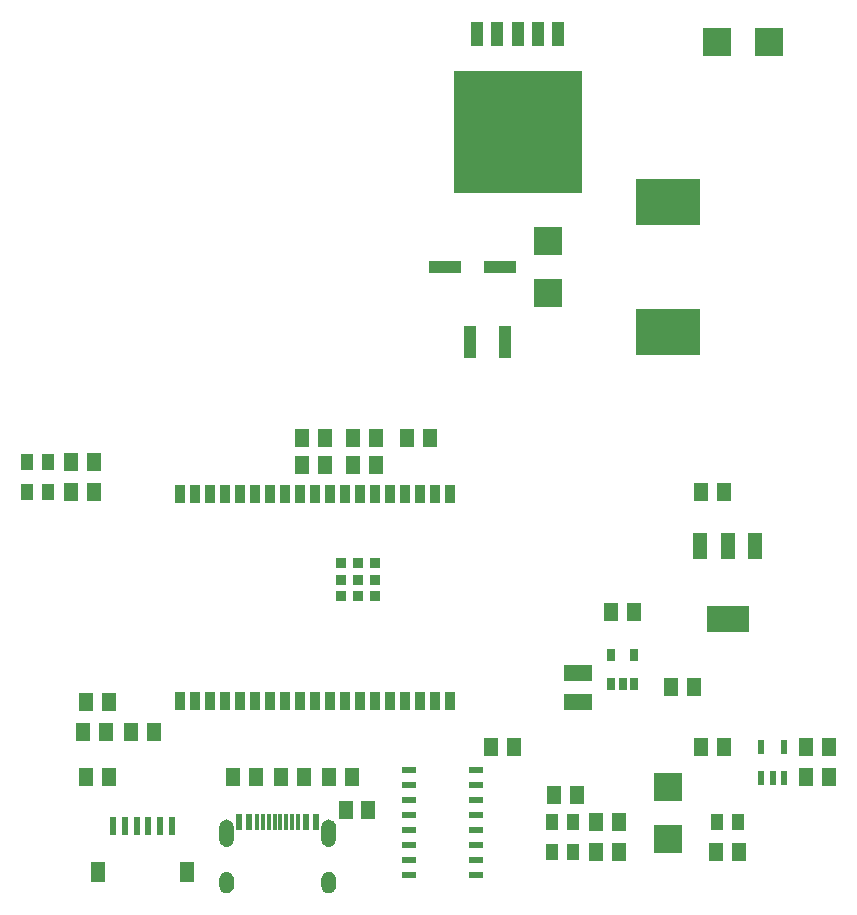
<source format=gbr>
G04 EAGLE Gerber RS-274X export*
G75*
%MOMM*%
%FSLAX34Y34*%
%LPD*%
%INSolderpaste Top*%
%IPPOS*%
%AMOC8*
5,1,8,0,0,1.08239X$1,22.5*%
G01*
%ADD10R,2.800000X1.000000*%
%ADD11R,1.100000X1.450000*%
%ADD12R,2.400000X2.400000*%
%ADD13R,1.000000X2.800000*%
%ADD14R,10.800000X10.410000*%
%ADD15R,1.066800X2.159000*%
%ADD16R,1.219000X2.235000*%
%ADD17R,3.600000X2.200000*%
%ADD18R,0.600000X1.550000*%
%ADD19R,1.200000X1.800000*%
%ADD20R,5.500000X4.000000*%
%ADD21R,0.889000X1.498600*%
%ADD22R,0.889000X0.889000*%
%ADD23R,0.550000X1.200000*%
%ADD24R,0.700000X1.000000*%
%ADD25R,1.300000X1.500000*%
%ADD26R,2.400000X1.400000*%
%ADD27R,1.200000X0.600000*%
%ADD28R,0.300000X1.450000*%
%ADD29R,0.600000X1.450000*%
%ADD30R,0.550000X1.450000*%

G36*
X311184Y42883D02*
X311184Y42883D01*
X311190Y42889D01*
X311195Y42885D01*
X312425Y43250D01*
X312430Y43257D01*
X312435Y43255D01*
X313554Y43885D01*
X313557Y43892D01*
X313563Y43891D01*
X314513Y44754D01*
X314514Y44762D01*
X314520Y44762D01*
X315254Y45815D01*
X315254Y45823D01*
X315259Y45825D01*
X315741Y47015D01*
X315739Y47020D01*
X315743Y47023D01*
X315742Y47024D01*
X315744Y47025D01*
X315949Y48292D01*
X315946Y48297D01*
X315949Y48300D01*
X315949Y60300D01*
X315946Y60304D01*
X315949Y60307D01*
X315794Y61429D01*
X315789Y61434D01*
X315792Y61438D01*
X315421Y62509D01*
X315415Y62513D01*
X315417Y62518D01*
X314844Y63495D01*
X314838Y63498D01*
X314839Y63503D01*
X314086Y64350D01*
X314079Y64352D01*
X314079Y64357D01*
X313176Y65041D01*
X313169Y65041D01*
X313168Y65046D01*
X312149Y65541D01*
X312142Y65539D01*
X312140Y65544D01*
X311043Y65831D01*
X311037Y65828D01*
X311034Y65832D01*
X309903Y65899D01*
X309897Y65899D01*
X308766Y65832D01*
X308761Y65827D01*
X308757Y65831D01*
X307660Y65544D01*
X307656Y65538D01*
X307651Y65541D01*
X306632Y65046D01*
X306629Y65040D01*
X306624Y65041D01*
X305721Y64357D01*
X305719Y64350D01*
X305714Y64350D01*
X304961Y63503D01*
X304961Y63496D01*
X304956Y63495D01*
X304383Y62518D01*
X304384Y62515D01*
X304383Y62514D01*
X304384Y62513D01*
X304384Y62511D01*
X304379Y62509D01*
X304008Y61438D01*
X304010Y61433D01*
X304007Y61431D01*
X304007Y61430D01*
X304006Y61429D01*
X303851Y60307D01*
X303854Y60302D01*
X303851Y60300D01*
X303851Y48300D01*
X303854Y48295D01*
X303851Y48292D01*
X304056Y47025D01*
X304062Y47019D01*
X304059Y47015D01*
X304541Y45825D01*
X304548Y45821D01*
X304546Y45815D01*
X305280Y44762D01*
X305288Y44760D01*
X305287Y44754D01*
X306237Y43891D01*
X306246Y43890D01*
X306246Y43885D01*
X307365Y43255D01*
X307373Y43256D01*
X307375Y43250D01*
X308605Y42885D01*
X308613Y42888D01*
X308616Y42883D01*
X309897Y42801D01*
X309901Y42804D01*
X309903Y42801D01*
X311184Y42883D01*
G37*
G36*
X224784Y42883D02*
X224784Y42883D01*
X224790Y42889D01*
X224795Y42885D01*
X226025Y43250D01*
X226030Y43257D01*
X226035Y43255D01*
X227154Y43885D01*
X227157Y43892D01*
X227163Y43891D01*
X228113Y44754D01*
X228114Y44762D01*
X228120Y44762D01*
X228854Y45815D01*
X228854Y45823D01*
X228859Y45825D01*
X229341Y47015D01*
X229339Y47020D01*
X229343Y47023D01*
X229342Y47024D01*
X229344Y47025D01*
X229549Y48292D01*
X229546Y48297D01*
X229549Y48300D01*
X229549Y60300D01*
X229546Y60304D01*
X229549Y60307D01*
X229394Y61429D01*
X229389Y61434D01*
X229392Y61438D01*
X229021Y62509D01*
X229015Y62513D01*
X229017Y62518D01*
X228444Y63495D01*
X228438Y63498D01*
X228439Y63503D01*
X227686Y64350D01*
X227679Y64352D01*
X227679Y64357D01*
X226776Y65041D01*
X226769Y65041D01*
X226768Y65046D01*
X225749Y65541D01*
X225742Y65539D01*
X225740Y65544D01*
X224643Y65831D01*
X224637Y65828D01*
X224634Y65832D01*
X223503Y65899D01*
X223497Y65899D01*
X222366Y65832D01*
X222361Y65827D01*
X222357Y65831D01*
X221260Y65544D01*
X221256Y65538D01*
X221251Y65541D01*
X220232Y65046D01*
X220229Y65040D01*
X220224Y65041D01*
X219321Y64357D01*
X219319Y64350D01*
X219314Y64350D01*
X218561Y63503D01*
X218561Y63496D01*
X218556Y63495D01*
X217983Y62518D01*
X217984Y62515D01*
X217983Y62514D01*
X217984Y62513D01*
X217984Y62511D01*
X217979Y62509D01*
X217608Y61438D01*
X217610Y61433D01*
X217607Y61431D01*
X217607Y61430D01*
X217606Y61429D01*
X217451Y60307D01*
X217454Y60302D01*
X217451Y60300D01*
X217451Y48300D01*
X217454Y48295D01*
X217451Y48292D01*
X217656Y47025D01*
X217662Y47019D01*
X217659Y47015D01*
X218141Y45825D01*
X218148Y45821D01*
X218146Y45815D01*
X218880Y44762D01*
X218888Y44760D01*
X218887Y44754D01*
X219837Y43891D01*
X219846Y43890D01*
X219846Y43885D01*
X220965Y43255D01*
X220973Y43256D01*
X220975Y43250D01*
X222205Y42885D01*
X222213Y42888D01*
X222216Y42883D01*
X223497Y42801D01*
X223501Y42804D01*
X223503Y42801D01*
X224784Y42883D01*
G37*
G36*
X311071Y3611D02*
X311071Y3611D01*
X311076Y3616D01*
X311080Y3613D01*
X312203Y3948D01*
X312207Y3954D01*
X312211Y3952D01*
X313247Y4500D01*
X313250Y4506D01*
X313255Y4505D01*
X314163Y5244D01*
X314165Y5251D01*
X314170Y5251D01*
X314917Y6153D01*
X314917Y6161D01*
X314923Y6161D01*
X315479Y7192D01*
X315478Y7199D01*
X315483Y7201D01*
X315827Y8320D01*
X315825Y8327D01*
X315829Y8330D01*
X315949Y9495D01*
X315947Y9498D01*
X315949Y9500D01*
X315949Y15500D01*
X315947Y15503D01*
X315949Y15505D01*
X315838Y16681D01*
X315833Y16686D01*
X315836Y16690D01*
X315498Y17822D01*
X315492Y17826D01*
X315494Y17831D01*
X314942Y18875D01*
X314935Y18878D01*
X314937Y18883D01*
X314191Y19799D01*
X314184Y19800D01*
X314184Y19806D01*
X313275Y20559D01*
X313267Y20559D01*
X313267Y20564D01*
X312227Y21125D01*
X312220Y21124D01*
X312218Y21129D01*
X311089Y21476D01*
X311083Y21474D01*
X311080Y21478D01*
X309905Y21599D01*
X309898Y21595D01*
X309894Y21599D01*
X308554Y21442D01*
X308548Y21437D01*
X308543Y21440D01*
X307272Y20989D01*
X307267Y20982D01*
X307262Y20984D01*
X306123Y20262D01*
X306120Y20254D01*
X306114Y20255D01*
X305164Y19297D01*
X305163Y19289D01*
X305157Y19288D01*
X304444Y18143D01*
X304445Y18135D01*
X304439Y18133D01*
X303999Y16857D01*
X304001Y16850D01*
X303997Y16847D01*
X303851Y15505D01*
X303853Y15502D01*
X303851Y15500D01*
X303851Y9500D01*
X303853Y9497D01*
X303851Y9494D01*
X304006Y8165D01*
X304012Y8159D01*
X304009Y8155D01*
X304456Y6894D01*
X304463Y6889D01*
X304461Y6884D01*
X305178Y5754D01*
X305185Y5751D01*
X305184Y5745D01*
X306135Y4803D01*
X306143Y4802D01*
X306143Y4796D01*
X307279Y4089D01*
X307287Y4090D01*
X307289Y4084D01*
X308554Y3648D01*
X308559Y3649D01*
X308560Y3649D01*
X308563Y3649D01*
X308565Y3645D01*
X309895Y3501D01*
X309901Y3505D01*
X309905Y3501D01*
X311071Y3611D01*
G37*
G36*
X224671Y3611D02*
X224671Y3611D01*
X224676Y3616D01*
X224680Y3613D01*
X225803Y3948D01*
X225807Y3954D01*
X225811Y3952D01*
X226847Y4500D01*
X226850Y4506D01*
X226855Y4505D01*
X227763Y5244D01*
X227765Y5251D01*
X227770Y5251D01*
X228517Y6153D01*
X228517Y6161D01*
X228523Y6161D01*
X229079Y7192D01*
X229078Y7199D01*
X229083Y7201D01*
X229427Y8320D01*
X229425Y8327D01*
X229429Y8330D01*
X229549Y9495D01*
X229547Y9498D01*
X229549Y9500D01*
X229549Y15500D01*
X229547Y15503D01*
X229549Y15505D01*
X229438Y16681D01*
X229433Y16686D01*
X229436Y16690D01*
X229098Y17822D01*
X229092Y17826D01*
X229094Y17831D01*
X228542Y18875D01*
X228535Y18878D01*
X228537Y18883D01*
X227791Y19799D01*
X227784Y19800D01*
X227784Y19806D01*
X226875Y20559D01*
X226867Y20559D01*
X226867Y20564D01*
X225827Y21125D01*
X225820Y21124D01*
X225818Y21129D01*
X224689Y21476D01*
X224683Y21474D01*
X224680Y21478D01*
X223505Y21599D01*
X223498Y21595D01*
X223494Y21599D01*
X222154Y21442D01*
X222148Y21437D01*
X222143Y21440D01*
X220872Y20989D01*
X220867Y20982D01*
X220862Y20984D01*
X219723Y20262D01*
X219720Y20254D01*
X219714Y20255D01*
X218764Y19297D01*
X218763Y19289D01*
X218757Y19288D01*
X218044Y18143D01*
X218045Y18135D01*
X218039Y18133D01*
X217599Y16857D01*
X217601Y16850D01*
X217597Y16847D01*
X217451Y15505D01*
X217453Y15502D01*
X217451Y15500D01*
X217451Y9500D01*
X217453Y9497D01*
X217451Y9494D01*
X217606Y8165D01*
X217612Y8159D01*
X217609Y8155D01*
X218056Y6894D01*
X218063Y6889D01*
X218061Y6884D01*
X218778Y5754D01*
X218785Y5751D01*
X218784Y5745D01*
X219735Y4803D01*
X219743Y4802D01*
X219743Y4796D01*
X220879Y4089D01*
X220887Y4090D01*
X220889Y4084D01*
X222154Y3648D01*
X222159Y3649D01*
X222160Y3649D01*
X222163Y3649D01*
X222165Y3645D01*
X223495Y3501D01*
X223501Y3505D01*
X223505Y3501D01*
X224671Y3611D01*
G37*
D10*
X408300Y533400D03*
X455300Y533400D03*
D11*
X54500Y342900D03*
X72500Y342900D03*
X54500Y368300D03*
X72500Y368300D03*
D12*
X495300Y555400D03*
X495300Y511400D03*
X638400Y723900D03*
X682400Y723900D03*
D13*
X459500Y469900D03*
X429500Y469900D03*
D14*
X469900Y647700D03*
D15*
X503936Y731012D03*
X486918Y731012D03*
X469900Y731012D03*
X452882Y731012D03*
X435864Y731012D03*
D16*
X670810Y297690D03*
X647700Y297690D03*
X624590Y297690D03*
D17*
X647700Y235710D03*
D18*
X177400Y60450D03*
X167400Y60450D03*
X157400Y60450D03*
X147400Y60450D03*
X137400Y60450D03*
X127400Y60450D03*
D19*
X190400Y21700D03*
X114400Y21700D03*
D20*
X596900Y588400D03*
X596900Y478400D03*
D21*
X412801Y341503D03*
X400101Y341503D03*
X387401Y341503D03*
X374701Y341503D03*
X362001Y341503D03*
X349301Y341503D03*
X336601Y341503D03*
X323901Y341503D03*
X311201Y341503D03*
X298501Y341503D03*
X285801Y341503D03*
X273101Y341503D03*
X260401Y341503D03*
X247701Y341503D03*
X235001Y341503D03*
X222301Y341503D03*
X209601Y341503D03*
X196901Y341503D03*
X184201Y341503D03*
X184201Y166497D03*
X196901Y166497D03*
X209601Y166497D03*
X222301Y166497D03*
X235001Y166497D03*
X247701Y166497D03*
X260401Y166497D03*
X273101Y166497D03*
X285801Y166497D03*
X298501Y166497D03*
X311201Y166497D03*
X323901Y166497D03*
X336601Y166497D03*
X349301Y166497D03*
X362001Y166497D03*
X374701Y166497D03*
X387401Y166497D03*
X400101Y166497D03*
X412801Y166497D03*
D22*
X334823Y269037D03*
X348818Y283032D03*
X348818Y255041D03*
X348818Y269037D03*
X334823Y283032D03*
X334823Y255041D03*
X320827Y283032D03*
X320827Y269037D03*
X320827Y255041D03*
D23*
X676300Y101299D03*
X685800Y101299D03*
X695300Y101299D03*
X695300Y127301D03*
X676300Y127301D03*
D24*
X549300Y181040D03*
X558800Y181040D03*
X568300Y181040D03*
X568300Y205040D03*
X549300Y205040D03*
D25*
X619100Y177800D03*
X600100Y177800D03*
X568300Y241300D03*
X549300Y241300D03*
D26*
X520700Y165800D03*
X520700Y189800D03*
D27*
X378400Y107950D03*
X378400Y95250D03*
X378400Y82550D03*
X378400Y69850D03*
X378400Y57150D03*
X378400Y44450D03*
X378400Y31750D03*
X378400Y19050D03*
X434400Y19050D03*
X434400Y31750D03*
X434400Y44450D03*
X434400Y57150D03*
X434400Y69850D03*
X434400Y82550D03*
X434400Y95250D03*
X434400Y107950D03*
D28*
X274200Y63500D03*
X269200Y63500D03*
D29*
X298950Y63500D03*
D30*
X291200Y63500D03*
D28*
X284200Y63500D03*
X279200Y63500D03*
X259200Y63500D03*
X264200Y63500D03*
D29*
X234450Y63500D03*
D30*
X242200Y63500D03*
D28*
X249200Y63500D03*
X254200Y63500D03*
D25*
X288900Y101600D03*
X269900Y101600D03*
X248260Y101600D03*
X229260Y101600D03*
X310540Y101600D03*
X329540Y101600D03*
X343510Y73660D03*
X324510Y73660D03*
X447700Y127000D03*
X466700Y127000D03*
D11*
X638700Y63500D03*
X656700Y63500D03*
X499000Y63500D03*
X517000Y63500D03*
X499000Y38100D03*
X517000Y38100D03*
D25*
X330860Y388620D03*
X349860Y388620D03*
X376580Y388620D03*
X395580Y388620D03*
X111100Y342900D03*
X92100Y342900D03*
X111100Y368300D03*
X92100Y368300D03*
X142900Y139700D03*
X161900Y139700D03*
X638200Y38100D03*
X657200Y38100D03*
X625500Y127000D03*
X644500Y127000D03*
X121260Y139700D03*
X102260Y139700D03*
X123800Y165100D03*
X104800Y165100D03*
X287680Y388620D03*
X306680Y388620D03*
X536600Y63500D03*
X555600Y63500D03*
X536600Y38100D03*
X555600Y38100D03*
X714400Y127000D03*
X733400Y127000D03*
X714400Y101600D03*
X733400Y101600D03*
X644500Y342900D03*
X625500Y342900D03*
X306680Y365760D03*
X287680Y365760D03*
X349860Y365760D03*
X330860Y365760D03*
X104800Y101600D03*
X123800Y101600D03*
X520040Y86360D03*
X501040Y86360D03*
D12*
X596900Y93120D03*
X596900Y49120D03*
M02*

</source>
